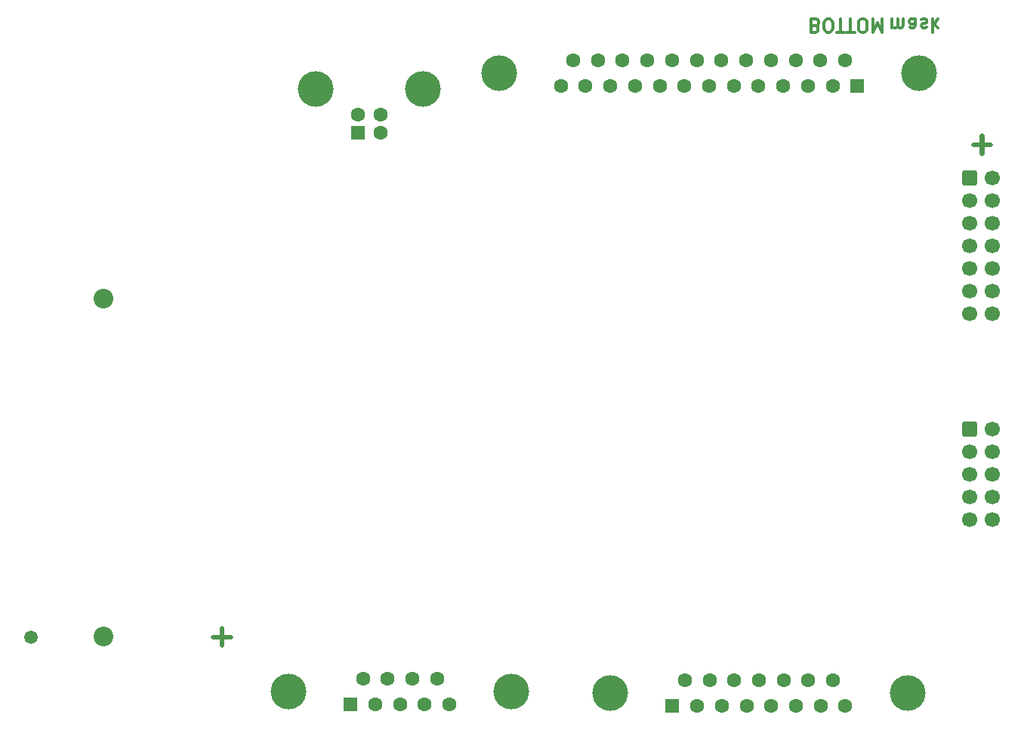
<source format=gbs>
%TF.GenerationSoftware,KiCad,Pcbnew,7.0.1*%
%TF.CreationDate,2023-06-06T18:19:58-03:00*%
%TF.ProjectId,HLI-M,484c492d-4d2e-46b6-9963-61645f706362,rev?*%
%TF.SameCoordinates,Original*%
%TF.FileFunction,Soldermask,Bot*%
%TF.FilePolarity,Negative*%
%FSLAX46Y46*%
G04 Gerber Fmt 4.6, Leading zero omitted, Abs format (unit mm)*
G04 Created by KiCad (PCBNEW 7.0.1) date 2023-06-06 18:19:58*
%MOMM*%
%LPD*%
G01*
G04 APERTURE LIST*
G04 Aperture macros list*
%AMRoundRect*
0 Rectangle with rounded corners*
0 $1 Rounding radius*
0 $2 $3 $4 $5 $6 $7 $8 $9 X,Y pos of 4 corners*
0 Add a 4 corners polygon primitive as box body*
4,1,4,$2,$3,$4,$5,$6,$7,$8,$9,$2,$3,0*
0 Add four circle primitives for the rounded corners*
1,1,$1+$1,$2,$3*
1,1,$1+$1,$4,$5*
1,1,$1+$1,$6,$7*
1,1,$1+$1,$8,$9*
0 Add four rect primitives between the rounded corners*
20,1,$1+$1,$2,$3,$4,$5,0*
20,1,$1+$1,$4,$5,$6,$7,0*
20,1,$1+$1,$6,$7,$8,$9,0*
20,1,$1+$1,$8,$9,$2,$3,0*%
G04 Aperture macros list end*
%ADD10C,0.500000*%
%ADD11C,0.300000*%
%ADD12C,4.000000*%
%ADD13R,1.600000X1.600000*%
%ADD14C,1.600000*%
%ADD15RoundRect,0.250000X-0.600000X-0.600000X0.600000X-0.600000X0.600000X0.600000X-0.600000X0.600000X0*%
%ADD16C,1.700000*%
%ADD17C,1.500000*%
%ADD18C,2.205000*%
G04 APERTURE END LIST*
D10*
X182996200Y-44424400D02*
X180996200Y-44424400D01*
X97800000Y-99680000D02*
X95800000Y-99680000D01*
X182011000Y-43437200D02*
X182011000Y-45437200D01*
X183011000Y-44437200D02*
X181011000Y-44437200D01*
X96820000Y-98670000D02*
X96820000Y-100670000D01*
X181996200Y-43424400D02*
X181996200Y-45424400D01*
D11*
X163335713Y-31066385D02*
X163549999Y-30994957D01*
X163549999Y-30994957D02*
X163621428Y-30923528D01*
X163621428Y-30923528D02*
X163692856Y-30780671D01*
X163692856Y-30780671D02*
X163692856Y-30566385D01*
X163692856Y-30566385D02*
X163621428Y-30423528D01*
X163621428Y-30423528D02*
X163549999Y-30352100D01*
X163549999Y-30352100D02*
X163407142Y-30280671D01*
X163407142Y-30280671D02*
X162835713Y-30280671D01*
X162835713Y-30280671D02*
X162835713Y-31780671D01*
X162835713Y-31780671D02*
X163335713Y-31780671D01*
X163335713Y-31780671D02*
X163478571Y-31709242D01*
X163478571Y-31709242D02*
X163549999Y-31637814D01*
X163549999Y-31637814D02*
X163621428Y-31494957D01*
X163621428Y-31494957D02*
X163621428Y-31352100D01*
X163621428Y-31352100D02*
X163549999Y-31209242D01*
X163549999Y-31209242D02*
X163478571Y-31137814D01*
X163478571Y-31137814D02*
X163335713Y-31066385D01*
X163335713Y-31066385D02*
X162835713Y-31066385D01*
X164621428Y-31780671D02*
X164907142Y-31780671D01*
X164907142Y-31780671D02*
X165049999Y-31709242D01*
X165049999Y-31709242D02*
X165192856Y-31566385D01*
X165192856Y-31566385D02*
X165264285Y-31280671D01*
X165264285Y-31280671D02*
X165264285Y-30780671D01*
X165264285Y-30780671D02*
X165192856Y-30494957D01*
X165192856Y-30494957D02*
X165049999Y-30352100D01*
X165049999Y-30352100D02*
X164907142Y-30280671D01*
X164907142Y-30280671D02*
X164621428Y-30280671D01*
X164621428Y-30280671D02*
X164478571Y-30352100D01*
X164478571Y-30352100D02*
X164335713Y-30494957D01*
X164335713Y-30494957D02*
X164264285Y-30780671D01*
X164264285Y-30780671D02*
X164264285Y-31280671D01*
X164264285Y-31280671D02*
X164335713Y-31566385D01*
X164335713Y-31566385D02*
X164478571Y-31709242D01*
X164478571Y-31709242D02*
X164621428Y-31780671D01*
X165692857Y-31780671D02*
X166550000Y-31780671D01*
X166121428Y-30280671D02*
X166121428Y-31780671D01*
X166835714Y-31780671D02*
X167692857Y-31780671D01*
X167264285Y-30280671D02*
X167264285Y-31780671D01*
X168478571Y-31780671D02*
X168764285Y-31780671D01*
X168764285Y-31780671D02*
X168907142Y-31709242D01*
X168907142Y-31709242D02*
X169049999Y-31566385D01*
X169049999Y-31566385D02*
X169121428Y-31280671D01*
X169121428Y-31280671D02*
X169121428Y-30780671D01*
X169121428Y-30780671D02*
X169049999Y-30494957D01*
X169049999Y-30494957D02*
X168907142Y-30352100D01*
X168907142Y-30352100D02*
X168764285Y-30280671D01*
X168764285Y-30280671D02*
X168478571Y-30280671D01*
X168478571Y-30280671D02*
X168335714Y-30352100D01*
X168335714Y-30352100D02*
X168192856Y-30494957D01*
X168192856Y-30494957D02*
X168121428Y-30780671D01*
X168121428Y-30780671D02*
X168121428Y-31280671D01*
X168121428Y-31280671D02*
X168192856Y-31566385D01*
X168192856Y-31566385D02*
X168335714Y-31709242D01*
X168335714Y-31709242D02*
X168478571Y-31780671D01*
X169764285Y-30280671D02*
X169764285Y-31780671D01*
X169764285Y-31780671D02*
X170264285Y-30709242D01*
X170264285Y-30709242D02*
X170764285Y-31780671D01*
X170764285Y-31780671D02*
X170764285Y-30280671D01*
X171884285Y-30280671D02*
X171884285Y-31280671D01*
X171884285Y-31137814D02*
X171955714Y-31209242D01*
X171955714Y-31209242D02*
X172098571Y-31280671D01*
X172098571Y-31280671D02*
X172312857Y-31280671D01*
X172312857Y-31280671D02*
X172455714Y-31209242D01*
X172455714Y-31209242D02*
X172527143Y-31066385D01*
X172527143Y-31066385D02*
X172527143Y-30280671D01*
X172527143Y-31066385D02*
X172598571Y-31209242D01*
X172598571Y-31209242D02*
X172741428Y-31280671D01*
X172741428Y-31280671D02*
X172955714Y-31280671D01*
X172955714Y-31280671D02*
X173098571Y-31209242D01*
X173098571Y-31209242D02*
X173170000Y-31066385D01*
X173170000Y-31066385D02*
X173170000Y-30280671D01*
X174527143Y-30280671D02*
X174527143Y-31066385D01*
X174527143Y-31066385D02*
X174455714Y-31209242D01*
X174455714Y-31209242D02*
X174312857Y-31280671D01*
X174312857Y-31280671D02*
X174027143Y-31280671D01*
X174027143Y-31280671D02*
X173884285Y-31209242D01*
X174527143Y-30352100D02*
X174384285Y-30280671D01*
X174384285Y-30280671D02*
X174027143Y-30280671D01*
X174027143Y-30280671D02*
X173884285Y-30352100D01*
X173884285Y-30352100D02*
X173812857Y-30494957D01*
X173812857Y-30494957D02*
X173812857Y-30637814D01*
X173812857Y-30637814D02*
X173884285Y-30780671D01*
X173884285Y-30780671D02*
X174027143Y-30852100D01*
X174027143Y-30852100D02*
X174384285Y-30852100D01*
X174384285Y-30852100D02*
X174527143Y-30923528D01*
X175170000Y-30352100D02*
X175312857Y-30280671D01*
X175312857Y-30280671D02*
X175598571Y-30280671D01*
X175598571Y-30280671D02*
X175741428Y-30352100D01*
X175741428Y-30352100D02*
X175812857Y-30494957D01*
X175812857Y-30494957D02*
X175812857Y-30566385D01*
X175812857Y-30566385D02*
X175741428Y-30709242D01*
X175741428Y-30709242D02*
X175598571Y-30780671D01*
X175598571Y-30780671D02*
X175384286Y-30780671D01*
X175384286Y-30780671D02*
X175241428Y-30852100D01*
X175241428Y-30852100D02*
X175170000Y-30994957D01*
X175170000Y-30994957D02*
X175170000Y-31066385D01*
X175170000Y-31066385D02*
X175241428Y-31209242D01*
X175241428Y-31209242D02*
X175384286Y-31280671D01*
X175384286Y-31280671D02*
X175598571Y-31280671D01*
X175598571Y-31280671D02*
X175741428Y-31209242D01*
X176455714Y-30280671D02*
X176455714Y-31780671D01*
X176598572Y-30852100D02*
X177027143Y-30280671D01*
X177027143Y-31280671D02*
X176455714Y-30709242D01*
D12*
%TO.C,CON3*%
X174939000Y-36346300D03*
X127839000Y-36346300D03*
D13*
X168009000Y-37766300D03*
D14*
X165239000Y-37766300D03*
X162469000Y-37766300D03*
X159699000Y-37766300D03*
X156929000Y-37766300D03*
X154159000Y-37766300D03*
X151389000Y-37766300D03*
X148619000Y-37766300D03*
X145849000Y-37766300D03*
X143079000Y-37766300D03*
X140309000Y-37766300D03*
X137539000Y-37766300D03*
X134769000Y-37766300D03*
X166624000Y-34926300D03*
X163854000Y-34926300D03*
X161084000Y-34926300D03*
X158314000Y-34926300D03*
X155544000Y-34926300D03*
X152774000Y-34926300D03*
X150004000Y-34926300D03*
X147234000Y-34926300D03*
X144464000Y-34926300D03*
X141694000Y-34926300D03*
X138924000Y-34926300D03*
X136154000Y-34926300D03*
%TD*%
D12*
%TO.C,CON7*%
X129227100Y-105802700D03*
X104227100Y-105802700D03*
D13*
X111187100Y-107222700D03*
D14*
X113957100Y-107222700D03*
X116727100Y-107222700D03*
X119497100Y-107222700D03*
X122267100Y-107222700D03*
X112572100Y-104382700D03*
X115342100Y-104382700D03*
X118112100Y-104382700D03*
X120882100Y-104382700D03*
%TD*%
D13*
%TO.C,CON2*%
X112059400Y-43033300D03*
D14*
X114559400Y-43033300D03*
X114559400Y-41033300D03*
X112059400Y-41033300D03*
D12*
X107309400Y-38173300D03*
X119309400Y-38173300D03*
%TD*%
%TO.C,CON6*%
X173622000Y-105941000D03*
X140322000Y-105941000D03*
D13*
X147277000Y-107361000D03*
D14*
X150047000Y-107361000D03*
X152817000Y-107361000D03*
X155587000Y-107361000D03*
X158357000Y-107361000D03*
X161127000Y-107361000D03*
X163897000Y-107361000D03*
X166667000Y-107361000D03*
X148662000Y-104521000D03*
X151432000Y-104521000D03*
X154202000Y-104521000D03*
X156972000Y-104521000D03*
X159742000Y-104521000D03*
X162512000Y-104521000D03*
X165282000Y-104521000D03*
%TD*%
D15*
%TO.C,CON4*%
X180582500Y-48150000D03*
D16*
X183122500Y-48150000D03*
X180582500Y-50690000D03*
X183122500Y-50690000D03*
X180582500Y-53230000D03*
X183122500Y-53230000D03*
X180582500Y-55770000D03*
X183122500Y-55770000D03*
X180582500Y-58310000D03*
X183122500Y-58310000D03*
X180582500Y-60850000D03*
X183122500Y-60850000D03*
X180582500Y-63390000D03*
X183122500Y-63390000D03*
%TD*%
D17*
%TO.C,CON8*%
X75372000Y-99660000D03*
D18*
X83500000Y-61675000D03*
X83500000Y-99645000D03*
%TD*%
D15*
%TO.C,CON5*%
X180577500Y-76295000D03*
D16*
X183117500Y-76295000D03*
X180577500Y-78835000D03*
X183117500Y-78835000D03*
X180577500Y-81375000D03*
X183117500Y-81375000D03*
X180577500Y-83915000D03*
X183117500Y-83915000D03*
X180577500Y-86455000D03*
X183117500Y-86455000D03*
%TD*%
M02*

</source>
